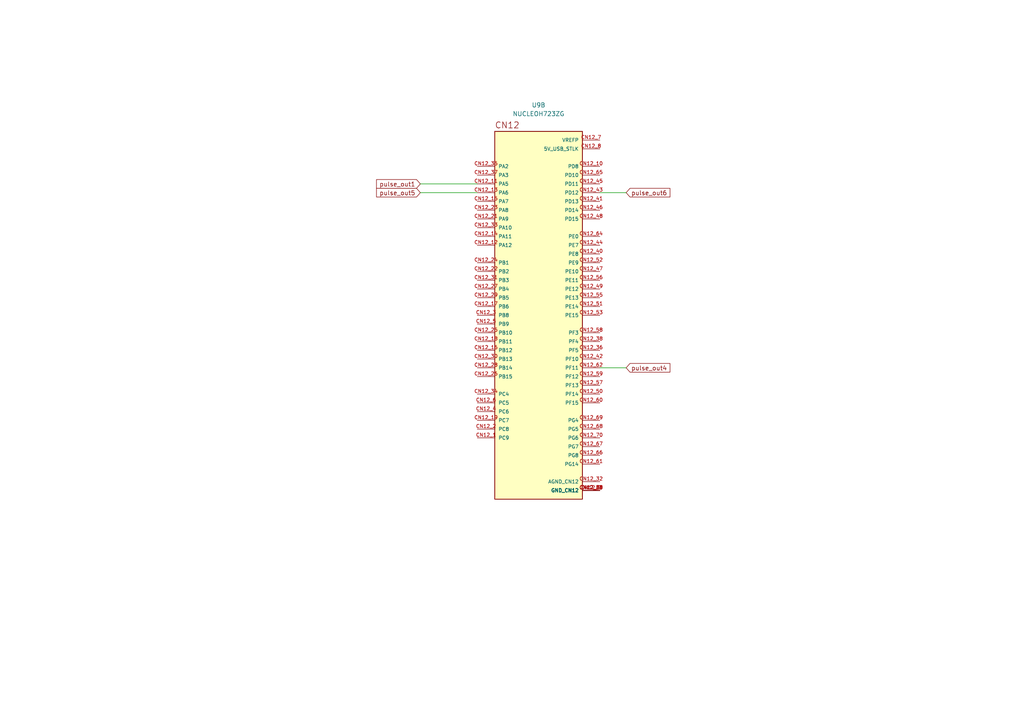
<source format=kicad_sch>
(kicad_sch (version 20250114) (generator "eeschema") (generator_version "9.0")
  (paper "A4")
  (lib_symbols
    (symbol "NUCLEOH723ZG:NUCLEOH723ZG" (pin_names (offset 1.016))
      (property "Reference" "U" (at -12.7 57.15 0))
      (property "Value" "NUCLEOH723ZG" (at -12.7 -54.61 0))
      (symbol "NUCLEOH723ZG_1_0"
        (rectangle (start -12.7 -53.34) (end 12.7 53.34) (stroke (width 0.254)) (fill (type background)))
        (text "CN11" (at -12.7 54.102 0) (effects (font (size 1.778 1.778)) (justify left bottom)))
        (pin input line (at -17.78 35.56 0) (length 5.08) (name "BOOT0") (number "CN11_7"))
        (pin input line (at -17.78 33.02 0) (length 5.08) (name "NRST") (number "CN11_14"))
        (pin bidirectional line (at -17.78 27.94 0) (length 5.08) (name "PA0") (number "CN11_28"))
        (pin bidirectional line (at -17.78 25.4 0) (length 5.08) (name "PA1") (number "CN11_30"))
        (pin bidirectional line (at -17.78 22.86 0) (length 5.08) (name "PA4") (number "CN11_32"))
        (pin bidirectional line (at -17.78 20.32 0) (length 5.08) (name "PA13") (number "CN11_13"))
        (pin bidirectional line (at -17.78 17.78 0) (length 5.08) (name "PA14") (number "CN11_15"))
        (pin bidirectional line (at -17.78 15.24 0) (length 5.08) (name "PA15") (number "CN11_17"))
        (pin bidirectional line (at -17.78 10.16 0) (length 5.08) (name "PB0") (number "CN11_34"))
        (pin bidirectional line (at -17.78 7.62 0) (length 5.08) (name "PB7") (number "CN11_21"))
        (pin bidirectional line (at -17.78 2.54 0) (length 5.08) (name "PC0") (number "CN11_38"))
        (pin bidirectional line (at -17.78 0 0) (length 5.08) (name "PC1") (number "CN11_36"))
        (pin bidirectional line (at -17.78 -2.54 0) (length 5.08) (name "PC2") (number "CN11_35"))
        (pin bidirectional line (at -17.78 -5.08 0) (length 5.08) (name "PC3") (number "CN11_37"))
        (pin bidirectional line (at -17.78 -7.62 0) (length 5.08) (name "PC10") (number "CN11_1"))
        (pin bidirectional line (at -17.78 -10.16 0) (length 5.08) (name "PC11") (number "CN11_2"))
        (pin bidirectional line (at -17.78 -12.7 0) (length 5.08) (name "PC12") (number "CN11_3"))
        (pin bidirectional line (at -17.78 -15.24 0) (length 5.08) (name "PC13") (number "CN11_23"))
        (pin bidirectional line (at -17.78 -17.78 0) (length 5.08) (name "PC14") (number "CN11_25"))
        (pin bidirectional line (at -17.78 -20.32 0) (length 5.08) (name "PC15") (number "CN11_27"))
        (pin bidirectional line (at -17.78 -25.4 0) (length 5.08) (name "PD0") (number "CN11_57"))
        (pin bidirectional line (at -17.78 -27.94 0) (length 5.08) (name "PD1") (number "CN11_55"))
        (pin bidirectional line (at -17.78 -30.48 0) (length 5.08) (name "PD2") (number "CN11_4"))
        (pin bidirectional line (at -17.78 -33.02 0) (length 5.08) (name "PD3") (number "CN11_40"))
        (pin bidirectional line (at -17.78 -35.56 0) (length 5.08) (name "PD4") (number "CN11_39"))
        (pin bidirectional line (at -17.78 -38.1 0) (length 5.08) (name "PD5") (number "CN11_41"))
        (pin bidirectional line (at -17.78 -40.64 0) (length 5.08) (name "PD6") (number "CN11_43"))
        (pin bidirectional line (at -17.78 -43.18 0) (length 5.08) (name "PD7") (number "CN11_45"))
        (pin bidirectional line (at -17.78 -45.72 0) (length 5.08) (name "PD9") (number "CN11_69"))
        (pin power_in line (at 17.78 50.8 180) (length 5.08) (name "3V3") (number "CN11_16"))
        (pin power_in line (at 17.78 48.26 180) (length 5.08) (name "5V") (number "CN11_18"))
        (pin power_in line (at 17.78 45.72 180) (length 5.08) (name "5V_EXT") (number "CN11_6"))
        (pin power_in line (at 17.78 43.18 180) (length 5.08) (name "VBAT") (number "CN11_33"))
        (pin power_in line (at 17.78 40.64 180) (length 5.08) (name "3V3_VDD") (number "CN11_5"))
        (pin power_in line (at 17.78 38.1 180) (length 5.08) (name "VIN") (number "CN11_24"))
        (pin bidirectional line (at 17.78 33.02 180) (length 5.08) (name "IOREF") (number "CN11_12"))
        (pin bidirectional line (at 17.78 27.94 180) (length 5.08) (name "PE1") (number "CN11_61"))
        (pin bidirectional line (at 17.78 25.4 180) (length 5.08) (name "PE2") (number "CN11_46"))
        (pin bidirectional line (at 17.78 22.86 180) (length 5.08) (name "PE3") (number "CN11_47"))
        (pin bidirectional line (at 17.78 20.32 180) (length 5.08) (name "PE4") (number "CN11_48"))
        (pin bidirectional line (at 17.78 17.78 180) (length 5.08) (name "PE5") (number "CN11_50"))
        (pin bidirectional line (at 17.78 15.24 180) (length 5.08) (name "PE6") (number "CN11_62"))
        (pin bidirectional line (at 17.78 10.16 180) (length 5.08) (name "PF0") (number "CN11_53"))
        (pin bidirectional line (at 17.78 7.62 180) (length 5.08) (name "PF1") (number "CN11_51"))
        (pin bidirectional line (at 17.78 5.08 180) (length 5.08) (name "PF2") (number "CN11_52"))
        (pin bidirectional line (at 17.78 2.54 180) (length 5.08) (name "PF6") (number "CN11_9"))
        (pin bidirectional line (at 17.78 0 180) (length 5.08) (name "PF7") (number "CN11_11"))
        (pin bidirectional line (at 17.78 -2.54 180) (length 5.08) (name "PF8") (number "CN11_54"))
        (pin bidirectional line (at 17.78 -5.08 180) (length 5.08) (name "PF9") (number "CN11_56"))
        (pin bidirectional line (at 17.78 -10.16 180) (length 5.08) (name "PG0") (number "CN11_59"))
        (pin bidirectional line (at 17.78 -12.7 180) (length 5.08) (name "PG1") (number "CN11_58"))
        (pin bidirectional line (at 17.78 -15.24 180) (length 5.08) (name "PG2") (number "CN11_42"))
        (pin bidirectional line (at 17.78 -17.78 180) (length 5.08) (name "PG3") (number "CN11_44"))
        (pin bidirectional line (at 17.78 -20.32 180) (length 5.08) (name "PG9") (number "CN11_63"))
        (pin bidirectional line (at 17.78 -22.86 180) (length 5.08) (name "PG10") (number "CN11_66"))
        (pin bidirectional line (at 17.78 -25.4 180) (length 5.08) (name "PG11") (number "CN11_70"))
        (pin bidirectional line (at 17.78 -27.94 180) (length 5.08) (name "PG12") (number "CN11_65"))
        (pin bidirectional line (at 17.78 -30.48 180) (length 5.08) (name "PG13") (number "CN11_68"))
        (pin bidirectional line (at 17.78 -33.02 180) (length 5.08) (name "PG15") (number "CN11_64"))
        (pin bidirectional line (at 17.78 -38.1 180) (length 5.08) (name "PH0") (number "CN11_29"))
        (pin bidirectional line (at 17.78 -40.64 180) (length 5.08) (name "PH1") (number "CN11_31"))
        (pin no_connect line (at 17.78 -45.72 180) (length 5.08) (name "NC") (number "CN11_10"))
        (pin no_connect line (at 17.78 -45.72 180) (length 5.08) (name "NC") (number "CN11_26"))
        (pin no_connect line (at 17.78 -45.72 180) (length 5.08) (name "NC") (number "CN11_67"))
        (pin power_in line (at 17.78 -50.8 180) (length 5.08) (name "GND_CN11") (number "CN11_19"))
        (pin power_in line (at 17.78 -50.8 180) (length 5.08) (name "GND_CN11") (number "CN11_20"))
        (pin power_in line (at 17.78 -50.8 180) (length 5.08) (name "GND_CN11") (number "CN11_22"))
        (pin power_in line (at 17.78 -50.8 180) (length 5.08) (name "GND_CN11") (number "CN11_49"))
        (pin power_in line (at 17.78 -50.8 180) (length 5.08) (name "GND_CN11") (number "CN11_60"))
        (pin power_in line (at 17.78 -50.8 180) (length 5.08) (name "GND_CN11") (number "CN11_8"))
      )
      (symbol "NUCLEOH723ZG_2_0"
        (rectangle (start -12.7 -53.34) (end 12.7 53.34) (stroke (width 0.254)) (fill (type background)))
        (text "CN12" (at -12.7 54.102 0) (effects (font (size 1.778 1.778)) (justify left bottom)))
        (pin bidirectional line (at -17.78 43.18 0) (length 5.08) (name "PA2") (number "CN12_35"))
        (pin bidirectional line (at -17.78 40.64 0) (length 5.08) (name "PA3") (number "CN12_37"))
        (pin bidirectional line (at -17.78 38.1 0) (length 5.08) (name "PA5") (number "CN12_11"))
        (pin bidirectional line (at -17.78 35.56 0) (length 5.08) (name "PA6") (number "CN12_13"))
        (pin bidirectional line (at -17.78 33.02 0) (length 5.08) (name "PA7") (number "CN12_15"))
        (pin bidirectional line (at -17.78 30.48 0) (length 5.08) (name "PA8") (number "CN12_23"))
        (pin bidirectional line (at -17.78 27.94 0) (length 5.08) (name "PA9") (number "CN12_21"))
        (pin bidirectional line (at -17.78 25.4 0) (length 5.08) (name "PA10") (number "CN12_33"))
        (pin bidirectional line (at -17.78 22.86 0) (length 5.08) (name "PA11") (number "CN12_14"))
        (pin bidirectional line (at -17.78 20.32 0) (length 5.08) (name "PA12") (number "CN12_12"))
        (pin bidirectional line (at -17.78 15.24 0) (length 5.08) (name "PB1") (number "CN12_24"))
        (pin bidirectional line (at -17.78 12.7 0) (length 5.08) (name "PB2") (number "CN12_22"))
        (pin bidirectional line (at -17.78 10.16 0) (length 5.08) (name "PB3") (number "CN12_31"))
        (pin bidirectional line (at -17.78 7.62 0) (length 5.08) (name "PB4") (number "CN12_27"))
        (pin bidirectional line (at -17.78 5.08 0) (length 5.08) (name "PB5") (number "CN12_29"))
        (pin bidirectional line (at -17.78 2.54 0) (length 5.08) (name "PB6") (number "CN12_17"))
        (pin bidirectional line (at -17.78 0 0) (length 5.08) (name "PB8") (number "CN12_3"))
        (pin bidirectional line (at -17.78 -2.54 0) (length 5.08) (name "PB9") (number "CN12_5"))
        (pin bidirectional line (at -17.78 -5.08 0) (length 5.08) (name "PB10") (number "CN12_25"))
        (pin bidirectional line (at -17.78 -7.62 0) (length 5.08) (name "PB11") (number "CN12_18"))
        (pin bidirectional line (at -17.78 -10.16 0) (length 5.08) (name "PB12") (number "CN12_16"))
        (pin bidirectional line (at -17.78 -12.7 0) (length 5.08) (name "PB13") (number "CN12_30"))
        (pin bidirectional line (at -17.78 -15.24 0) (length 5.08) (name "PB14") (number "CN12_28"))
        (pin bidirectional line (at -17.78 -17.78 0) (length 5.08) (name "PB15") (number "CN12_26"))
        (pin bidirectional line (at -17.78 -22.86 0) (length 5.08) (name "PC4") (number "CN12_34"))
        (pin bidirectional line (at -17.78 -25.4 0) (length 5.08) (name "PC5") (number "CN12_6"))
        (pin bidirectional line (at -17.78 -27.94 0) (length 5.08) (name "PC6") (number "CN12_4"))
        (pin bidirectional line (at -17.78 -30.48 0) (length 5.08) (name "PC7") (number "CN12_19"))
        (pin bidirectional line (at -17.78 -33.02 0) (length 5.08) (name "PC8") (number "CN12_2"))
        (pin bidirectional line (at -17.78 -35.56 0) (length 5.08) (name "PC9") (number "CN12_1"))
        (pin power_in line (at 17.78 50.8 180) (length 5.08) (name "VREFP") (number "CN12_7"))
        (pin power_in line (at 17.78 48.26 180) (length 5.08) (name "5V_USB_STLK") (number "CN12_8"))
        (pin bidirectional line (at 17.78 43.18 180) (length 5.08) (name "PD8") (number "CN12_10"))
        (pin bidirectional line (at 17.78 40.64 180) (length 5.08) (name "PD10") (number "CN12_65"))
        (pin bidirectional line (at 17.78 38.1 180) (length 5.08) (name "PD11") (number "CN12_45"))
        (pin bidirectional line (at 17.78 35.56 180) (length 5.08) (name "PD12") (number "CN12_43"))
        (pin bidirectional line (at 17.78 33.02 180) (length 5.08) (name "PD13") (number "CN12_41"))
        (pin bidirectional line (at 17.78 30.48 180) (length 5.08) (name "PD14") (number "CN12_46"))
        (pin bidirectional line (at 17.78 27.94 180) (length 5.08) (name "PD15") (number "CN12_48"))
        (pin bidirectional line (at 17.78 22.86 180) (length 5.08) (name "PE0") (number "CN12_64"))
        (pin bidirectional line (at 17.78 20.32 180) (length 5.08) (name "PE7") (number "CN12_44"))
        (pin bidirectional line (at 17.78 17.78 180) (length 5.08) (name "PE8") (number "CN12_40"))
        (pin bidirectional line (at 17.78 15.24 180) (length 5.08) (name "PE9") (number "CN12_52"))
        (pin bidirectional line (at 17.78 12.7 180) (length 5.08) (name "PE10") (number "CN12_47"))
        (pin bidirectional line (at 17.78 10.16 180) (length 5.08) (name "PE11") (number "CN12_56"))
        (pin bidirectional line (at 17.78 7.62 180) (length 5.08) (name "PE12") (number "CN12_49"))
        (pin bidirectional line (at 17.78 5.08 180) (length 5.08) (name "PE13") (number "CN12_55"))
        (pin bidirectional line (at 17.78 2.54 180) (length 5.08) (name "PE14") (number "CN12_51"))
        (pin bidirectional line (at 17.78 0 180) (length 5.08) (name "PE15") (number "CN12_53"))
        (pin bidirectional line (at 17.78 -5.08 180) (length 5.08) (name "PF3") (number "CN12_58"))
        (pin bidirectional line (at 17.78 -7.62 180) (length 5.08) (name "PF4") (number "CN12_38"))
        (pin bidirectional line (at 17.78 -10.16 180) (length 5.08) (name "PF5") (number "CN12_36"))
        (pin bidirectional line (at 17.78 -12.7 180) (length 5.08) (name "PF10") (number "CN12_42"))
        (pin bidirectional line (at 17.78 -15.24 180) (length 5.08) (name "PF11") (number "CN12_62"))
        (pin bidirectional line (at 17.78 -17.78 180) (length 5.08) (name "PF12") (number "CN12_59"))
        (pin bidirectional line (at 17.78 -20.32 180) (length 5.08) (name "PF13") (number "CN12_57"))
        (pin bidirectional line (at 17.78 -22.86 180) (length 5.08) (name "PF14") (number "CN12_50"))
        (pin bidirectional line (at 17.78 -25.4 180) (length 5.08) (name "PF15") (number "CN12_60"))
        (pin bidirectional line (at 17.78 -30.48 180) (length 5.08) (name "PG4") (number "CN12_69"))
        (pin bidirectional line (at 17.78 -33.02 180) (length 5.08) (name "PG5") (number "CN12_68"))
        (pin bidirectional line (at 17.78 -35.56 180) (length 5.08) (name "PG6") (number "CN12_70"))
        (pin bidirectional line (at 17.78 -38.1 180) (length 5.08) (name "PG7") (number "CN12_67"))
        (pin bidirectional line (at 17.78 -40.64 180) (length 5.08) (name "PG8") (number "CN12_66"))
        (pin bidirectional line (at 17.78 -43.18 180) (length 5.08) (name "PG14") (number "CN12_61"))
        (pin power_in line (at 17.78 -48.26 180) (length 5.08) (name "AGND_CN12") (number "CN12_32"))
        (pin power_in line (at 17.78 -50.8 180) (length 5.08) (name "GND_CN12") (number "CN12_20"))
        (pin power_in line (at 17.78 -50.8 180) (length 5.08) (name "GND_CN12") (number "CN12_39"))
        (pin power_in line (at 17.78 -50.8 180) (length 5.08) (name "GND_CN12") (number "CN12_54"))
        (pin power_in line (at 17.78 -50.8 180) (length 5.08) (name "GND_CN12") (number "CN12_63"))
        (pin power_in line (at 17.78 -50.8 180) (length 5.08) (name "GND_CN12") (number "CN12_9"))
      )
      (symbol "NUCLEOH723ZG_3_0"
        (rectangle (start -27.94 -20.32) (end 27.94 20.32) (stroke (width 0.254)) (fill (type background)))
        (text "CN8" (at -27.94 21.082 0) (effects (font (size 1.778 1.778)) (justify left bottom)))
        (pin input line (at -33.02 7.62 0) (length 5.08) (name "NRST_CN8") (number "CN8_5"))
        (pin bidirectional line (at -33.02 2.54 0) (length 5.08) (name "D43/SDMMC_D0") (number "CN8_2"))
        (pin bidirectional line (at -33.02 0 0) (length 5.08) (name "D44/SDMMC_D1/I2S_A_CKIN") (number "CN8_4"))
        (pin bidirectional line (at -33.02 -2.54 0) (length 5.08) (name "D45/SDMMC_D2") (number "CN8_6"))
        (pin bidirectional line (at -33.02 -5.08 0) (length 5.08) (name "D46/SDMMC_D3") (number "CN8_8"))
        (pin bidirectional line (at -33.02 -7.62 0) (length 5.08) (name "D47/SDMMC_CK") (number "CN8_10"))
        (pin bidirectional line (at -33.02 -10.16 0) (length 5.08) (name "D48/SDMMC_CMD") (number "CN8_12"))
        (pin no_connect line (at -33.02 -15.24 0) (length 5.08) (name "NC_CN8") (number "CN8_1"))
        (pin power_in line (at 33.02 17.78 180) (length 5.08) (name "VIN_CN8") (number "CN8_15"))
        (pin power_in line (at 33.02 15.24 180) (length 5.08) (name "5V_CN8") (number "CN8_9"))
        (pin power_in line (at 33.02 12.7 180) (length 5.08) (name "3V3_CN8") (number "CN8_7"))
        (pin bidirectional line (at 33.02 7.62 180) (length 5.08) (name "IOREF_CN8") (number "CN8_3"))
        (pin bidirectional line (at 33.02 0 180) (length 5.08) (name "D50/IO") (number "CN8_16"))
        (pin bidirectional line (at 33.02 -2.54 180) (length 5.08) (name "D49/IO") (number "CN8_14"))
        (pin power_in line (at 33.02 -17.78 180) (length 5.08) (name "GND_CN8") (number "CN8_11"))
        (pin power_in line (at 33.02 -17.78 180) (length 5.08) (name "GND_CN8") (number "CN8_13"))
      )
      (symbol "NUCLEOH723ZG_4_0"
        (rectangle (start -27.94 -25.4) (end 27.94 25.4) (stroke (width 0.254)) (fill (type background)))
        (text "CN9" (at -27.94 26.162 0) (effects (font (size 1.778 1.778)) (justify left bottom)))
        (pin input line (at -33.02 22.86 0) (length 5.08) (name "A0/ADC12_INP15") (number "CN9_1"))
        (pin input line (at -33.02 20.32 0) (length 5.08) (name "A1/ADC123_INP10") (number "CN9_3"))
        (pin input line (at -33.02 17.78 0) (length 5.08) (name "A2/ADC12_INP13") (number "CN9_5"))
        (pin input line (at -33.02 15.24 0) (length 5.08) (name "A3/ADC12_INP5") (number "CN9_7"))
        (pin input line (at -33.02 12.7 0) (length 5.08) (name "A4/ADC123_INP12/I2C1_SDA") (number "CN9_9"))
        (pin input line (at -33.02 10.16 0) (length 5.08) (name "A5/ADC3_INP6/I2C1_SCL") (number "CN9_11"))
        (pin bidirectional line (at -33.02 5.08 0) (length 5.08) (name "D51/USART_B_SCLK") (number "CN9_2"))
        (pin bidirectional line (at -33.02 2.54 0) (length 5.08) (name "D52/USART_B_RX") (number "CN9_4"))
        (pin bidirectional line (at -33.02 0 0) (length 5.08) (name "D53/USART_B_TX") (number "CN9_6"))
        (pin bidirectional line (at -33.02 -2.54 0) (length 5.08) (name "D54/USART_B_RTS") (number "CN9_8"))
        (pin bidirectional line (at -33.02 -5.08 0) (length 5.08) (name "D55/USART_B_CTS") (number "CN9_10"))
        (pin bidirectional line (at -33.02 -10.16 0) (length 5.08) (name "D56/SAI_A_MCLK") (number "CN9_14"))
        (pin bidirectional line (at -33.02 -12.7 0) (length 5.08) (name "D57/SAI_A_FS") (number "CN9_16"))
        (pin bidirectional line (at -33.02 -15.24 0) (length 5.08) (name "D58/SAI_A_SCK") (number "CN9_18"))
        (pin bidirectional line (at -33.02 -17.78 0) (length 5.08) (name "D59/SAI_A_SD") (number "CN9_20"))
        (pin bidirectional line (at 33.02 22.86 180) (length 5.08) (name "D68/I2C_B_SDA") (number "CN9_21"))
        (pin bidirectional line (at 33.02 20.32 180) (length 5.08) (name "D69/I2C_B_SCL") (number "CN9_19"))
        (pin bidirectional line (at 33.02 17.78 180) (length 5.08) (name "D70/I2C_B_SMBA") (number "CN9_17"))
        (pin output line (at 33.02 12.7 180) (length 5.08) (name "D66/CAN_TX") (number "CN9_27"))
        (pin input line (at 33.02 10.16 180) (length 5.08) (name "D67/CAN_RX") (number "CN9_25"))
        (pin bidirectional line (at 33.02 5.08 180) (length 5.08) (name "D64/IO") (number "CN9_30"))
        (pin bidirectional line (at 33.02 2.54 180) (length 5.08) (name "D65/IO") (number "CN9_29"))
        (pin bidirectional line (at 33.02 -2.54 180) (length 5.08) (name "D71/COMP2_INP") (number "CN9_15"))
        (pin bidirectional line (at 33.02 -5.08 180) (length 5.08) (name "D72/COMP1_INP") (number "CN9_13"))
        (pin bidirectional line (at 33.02 -10.16 180) (length 5.08) (name "D62/SAI_B_MCLK") (number "CN9_26"))
        (pin bidirectional line (at 33.02 -12.7 180) (length 5.08) (name "D63/SAI_B_FS") (number "CN9_28"))
        (pin bidirectional line (at 33.02 -15.24 180) (length 5.08) (name "D61/SAI_B_SCK") (number "CN9_24"))
        (pin bidirectional line (at 33.02 -17.78 180) (length 5.08) (name "D60/SAI_B_SD") (number "CN9_22"))
        (pin power_in line (at 33.02 -22.86 180) (length 5.08) (name "GND_CN9") (number "CN9_12"))
        (pin power_in line (at 33.02 -22.86 180) (length 5.08) (name "GND_CN9") (number "CN9_23"))
      )
      (symbol "NUCLEOH723ZG_5_0"
        (rectangle (start -33.02 -20.32) (end 33.02 20.32) (stroke (width 0.254)) (fill (type background)))
        (text "CN7" (at -33.02 21.082 0) (effects (font (size 1.778 1.778)) (justify left bottom)))
        (pin bidirectional line (at -38.1 12.7 0) (length 5.08) (name "D8/IO") (number "CN7_20"))
        (pin bidirectional line (at -38.1 10.16 0) (length 5.08) (name "D9/TIMER_B_PWM2") (number "CN7_18"))
        (pin bidirectional line (at -38.1 2.54 0) (length 5.08) (name "D10/SPI_A_CS/TIM_B_PWM3") (number "CN7_16"))
        (pin bidirectional line (at -38.1 0 0) (length 5.08) (name "D11/SPI_A_MOSI/TIM_E_PWM1") (number "CN7_14"))
        (pin bidirectional line (at -38.1 -2.54 0) (length 5.08) (name "D12/SPI_A_MISO") (number "CN7_12"))
        (pin bidirectional line (at -38.1 -5.08 0) (length 5.08) (name "D13/SPI_A_SCK") (number "CN7_10"))
        (pin bidirectional line (at -38.1 -7.62 0) (length 5.08) (name "D14/I2C_A_SDA") (number "CN7_4"))
        (pin bidirectional line (at -38.1 -10.16 0) (length 5.08) (name "D15/I2C_A_SCL") (number "CN7_2"))
        (pin bidirectional line (at -38.1 -12.7 0) (length 5.08) (name "D16/I2S_A_MCK") (number "CN7_1"))
        (pin power_in line (at 38.1 17.78 180) (length 5.08) (name "VREFP_CN7") (number "CN7_6"))
        (pin bidirectional line (at 38.1 12.7 180) (length 5.08) (name "D25/SPI_B_MISO") (number "CN7_19"))
        (pin bidirectional line (at 38.1 10.16 180) (length 5.08) (name "D24/SPI_B_NSS") (number "CN7_17"))
        (pin bidirectional line (at 38.1 7.62 180) (length 5.08) (name "D23/I2S_B_CK/SPI_B_SCK") (number "CN7_15"))
        (pin bidirectional line (at 38.1 5.08 180) (length 5.08) (name "D22/I2S_B_SD/SPI_B_MOSI") (number "CN7_13"))
        (pin bidirectional line (at 38.1 0 180) (length 5.08) (name "D21/I2S_B_MCK") (number "CN7_11"))
        (pin bidirectional line (at 38.1 -2.54 180) (length 5.08) (name "D20/I2S_B_WS") (number "CN7_9"))
        (pin bidirectional line (at 38.1 -7.62 180) (length 5.08) (name "D19/I2S_A_WS") (number "CN7_7"))
        (pin bidirectional line (at 38.1 -10.16 180) (length 5.08) (name "D18/I2S_A_CK") (number "CN7_5"))
        (pin bidirectional line (at 38.1 -12.7 180) (length 5.08) (name "D17/I2S_A_SD") (number "CN7_3"))
        (pin power_in line (at 38.1 -17.78 180) (length 5.08) (name "GND_CN7") (number "CN7_8"))
      )
      (symbol "NUCLEOH723ZG_6_0"
        (rectangle (start -27.94 -30.48) (end 27.94 30.48) (stroke (width 0.254)) (fill (type background)))
        (text "CN10" (at -27.94 31.242 0) (effects (font (size 1.778 1.778)) (justify left bottom)))
        (pin input line (at -33.02 22.86 0) (length 5.08) (name "A6/ADC_A_IN") (number "CN10_7"))
        (pin input line (at -33.02 20.32 0) (length 5.08) (name "A7/ADC_B_IN") (number "CN10_9"))
        (pin input line (at -33.02 17.78 0) (length 5.08) (name "A8/ADC_C_IN") (number "CN10_11"))
        (pin input line (at -33.02 12.7 0) (length 5.08) (name "D0/USART_A_RX") (number "CN10_16"))
        (pin output line (at -33.02 10.16 0) (length 5.08) (name "D1/USART_A_TX") (number "CN10_14"))
        (pin bidirectional line (at -33.02 5.08 0) (length 5.08) (name "D6/TIMER_A_PWM1") (number "CN10_4"))
        (pin bidirectional line (at -33.02 2.54 0) (length 5.08) (name "D5/TIMER_A_PWM2") (number "CN10_6"))
        (pin bidirectional line (at -33.02 0 0) (length 5.08) (name "D3/TIMER_A_PWM3") (number "CN10_10"))
        (pin bidirectional line (at -33.02 -5.08 0) (length 5.08) (name "D37/TIMER_A_BKIN1") (number "CN10_30"))
        (pin bidirectional line (at -33.02 -7.62 0) (length 5.08) (name "D38/TIMER_A_BKIN2") (number "CN10_28"))
        (pin bidirectional line (at -33.02 -10.16 0) (length 5.08) (name "D39/TIMER_A_PWM3N") (number "CN10_26"))
        (pin bidirectional line (at -33.02 -12.7 0) (length 5.08) (name "D40/TIMER_A_PWM2N") (number "CN10_24"))
        (pin bidirectional line (at -33.02 -15.24 0) (length 5.08) (name "D41/TIMER_A_ETR") (number "CN10_20"))
        (pin bidirectional line (at -33.02 -17.78 0) (length 5.08) (name "D42/TIMER_A_PWM1N") (number "CN10_18"))
        (pin power_in line (at 33.02 27.94 180) (length 5.08) (name "AVDD") (number "CN10_1"))
        (pin bidirectional line (at 33.02 22.86 180) (length 5.08) (name "D34/TIMER_B_ETR") (number "CN10_33"))
        (pin bidirectional line (at 33.02 17.78 180) (length 5.08) (name "D32/TIMER_C_PWM1") (number "CN10_29"))
        (pin bidirectional line (at 33.02 15.24 180) (length 5.08) (name "D36/TIMER_C_PWM2") (number "CN10_32"))
        (pin bidirectional line (at 33.02 12.7 180) (length 5.08) (name "D35/TIMER_C_PWM3") (number "CN10_34"))
        (pin bidirectional line (at 33.02 7.62 180) (length 5.08) (name "D33/TIMER_D_PWM1") (number "CN10_31"))
        (pin bidirectional line (at 33.02 2.54 180) (length 5.08) (name "D2/IO") (number "CN10_12"))
        (pin bidirectional line (at 33.02 0 180) (length 5.08) (name "D4/IO") (number "CN10_8"))
        (pin bidirectional line (at 33.02 -2.54 180) (length 5.08) (name "D7/IO") (number "CN10_2"))
        (pin bidirectional line (at 33.02 -7.62 180) (length 5.08) (name "D26/QSPI_CS") (number "CN10_13"))
        (pin bidirectional line (at 33.02 -10.16 180) (length 5.08) (name "D27/QSPI_CLK") (number "CN10_15"))
        (pin bidirectional line (at 33.02 -12.7 180) (length 5.08) (name "D30/QSPI_BK1_IO0") (number "CN10_23"))
        (pin bidirectional line (at 33.02 -15.24 180) (length 5.08) (name "D29/QSPI_BK1_IO1") (number "CN10_21"))
        (pin bidirectional line (at 33.02 -17.78 180) (length 5.08) (name "D31/QSPI_BK1_IO2") (number "CN10_25"))
        (pin bidirectional line (at 33.02 -20.32 180) (length 5.08) (name "D28/QSPI_BK1_IO3") (number "CN10_19"))
        (pin power_in line (at 33.02 -25.4 180) (length 5.08) (name "AGND_CN10") (number "CN10_3"))
        (pin power_in line (at 33.02 -27.94 180) (length 5.08) (name "GND_CN10") (number "CN10_17"))
        (pin power_in line (at 33.02 -27.94 180) (length 5.08) (name "GND_CN10") (number "CN10_22"))
        (pin power_in line (at 33.02 -27.94 180) (length 5.08) (name "GND_CN10") (number "CN10_27"))
        (pin power_in line (at 33.02 -27.94 180) (length 5.08) (name "GND_CN10") (number "CN10_5"))
      )
      (symbol "NUCLEOH723ZG_7_0"
        (rectangle (start -7.62 -2.54) (end 7.62 2.54) (stroke (width 0.254)) (fill (type background)))
        (text "CN3" (at -7.62 3.302 0) (effects (font (size 1.778 1.778)) (justify left bottom)))
        (pin power_in line (at 12.7 0 180) (length 5.08) (name "GND_CN3") (number "CN3_1"))
        (pin power_in line (at 12.7 0 180) (length 5.08) (name "GND_CN3") (number "CN3_2"))
      )
      (symbol "NUCLEOH723ZG_8_0"
        (rectangle (start -7.62 -2.54) (end 7.62 2.54) (stroke (width 0.254)) (fill (type background)))
        (text "CN4" (at -7.62 3.302 0) (effects (font (size 1.778 1.778)) (justify left bottom)))
        (pin power_in line (at 12.7 0 180) (length 5.08) (name "GND_CN4") (number "CN4_1"))
        (pin power_in line (at 12.7 0 180) (length 5.08) (name "GND_CN4") (number "CN4_2"))
      )
      (symbol "NUCLEOH723ZG_9_0"
        (rectangle (start -7.62 -2.54) (end 7.62 2.54) (stroke (width 0.254)) (fill (type background)))
        (text "CN15" (at -7.62 3.302 0) (effects (font (size 1.778 1.778)) (justify left bottom)))
        (pin power_in line (at 12.7 0 180) (length 5.08) (name "GND_CN15") (number "CN15_1"))
        (pin power_in line (at 12.7 0 180) (length 5.08) (name "GND_CN15") (number "CN15_2"))
      )
      (symbol "NUCLEOH723ZG_10_0"
        (rectangle (start -7.62 -2.54) (end 7.62 2.54) (stroke (width 0.254)) (fill (type background)))
        (text "CN16" (at -7.62 3.302 0) (effects (font (size 1.778 1.778)) (justify left bottom)))
        (pin power_in line (at 12.7 0 180) (length 5.08) (name "GND_CN16") (number "CN16_1"))
        (pin power_in line (at 12.7 0 180) (length 5.08) (name "GND_CN16") (number "CN16_2"))
      )
    )
  )
  (wire (pts (xy 173.99 55.88) (xy 181.61 55.88)))
  (wire (pts (xy 121.92 53.34) (xy 138.43 53.34)))
  (wire (pts (xy 173.99 106.68) (xy 181.61 106.68)))
  (wire (pts (xy 121.92 55.88) (xy 138.43 55.88)))
  (global_label "pulse_out1" (shape input) (at 121.92 53.34 180) (property "Intersheetrefs" "${INTERSHEET_REFS}" (effects (hide yes))))
  (global_label "pulse_out5" (shape input) (at 121.92 55.88 180) (property "Intersheetrefs" "${INTERSHEET_REFS}" (effects (hide yes))))
  (global_label "pulse_out4" (shape input) (at 181.61 106.68 0) (property "Intersheetrefs" "${INTERSHEET_REFS}" (effects (hide yes))))
  (global_label "pulse_out6" (shape input) (at 181.61 55.88 0) (property "Intersheetrefs" "${INTERSHEET_REFS}" (effects (hide yes))))
  (symbol (lib_id "NUCLEOH723ZG:NUCLEOH723ZG") (at 156.21 91.44 0) (unit 2)
    (property "Reference" "U9" (at 156.21 30.48 0))
    (property "Value" "NUCLEOH723ZG" (at 156.21 33.02 0))
    (property "Footprint" "NUCLEOH723ZG:MODULE_NUCLEOH723ZG" (effects (hide yes)))
    (property "MF" "STMicroelectronics" (effects (hide yes)))
    (property "MAXIMUM_PACKAGE_HEIGHT" "18.57 mm" (effects (hide yes)))
    (property "Package" "None" (effects (hide yes)))
    (property "Price" "None" (effects (hide yes)))
    (property "Check_prices" "https://www.snapeda.com/parts/NUCLEOH723ZG/STMicroelectronics/view-part/?ref=eda" (effects (hide yes)))
    (property "STANDARD" "Manufacturer Recommendations" (effects (hide yes)))
    (property "PARTREV" "2" (effects (hide yes)))
    (property "SnapEDA_Link" "https://www.snapeda.com/parts/NUCLEOH723ZG/STMicroelectronics/view-part/?ref=snap" (effects (hide yes)))
    (property "MP" "NUCLEOH723ZG" (effects (hide yes)))
    (property "Description_1" "STM32H723 Nucleo-144 STM32H7 ARM® Cortex®-M7 MCU 32-Bit Embedded Evaluation Board" (effects (hide yes)))
    (property "SNAPEDA_PN" "NUCLEOH723ZG" (effects (hide yes)))
    (property "Availability" "In Stock" (effects (hide yes)))
    (property "MANUFACTURER" "STMicroelectronics" (effects (hide yes)))
  )
)
</source>
